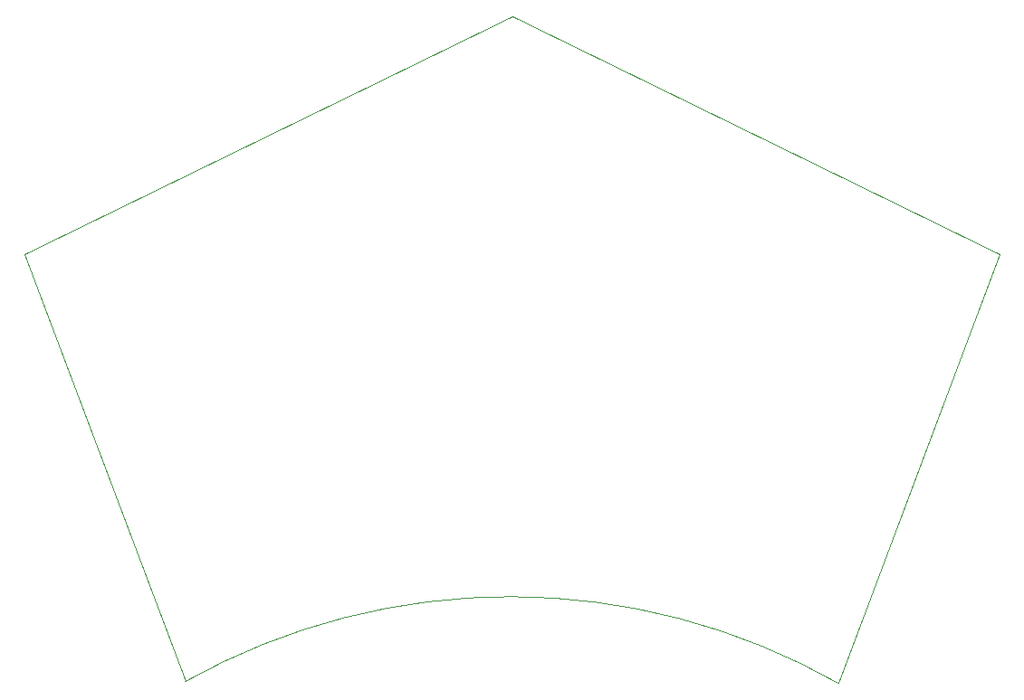
<source format=gm1>
G04 #@! TF.GenerationSoftware,KiCad,Pcbnew,9.0.2*
G04 #@! TF.CreationDate,2025-07-01T12:20:16+05:30*
G04 #@! TF.ProjectId,solder,736f6c64-6572-42e6-9b69-6361645f7063,rev?*
G04 #@! TF.SameCoordinates,Original*
G04 #@! TF.FileFunction,Profile,NP*
%FSLAX46Y46*%
G04 Gerber Fmt 4.6, Leading zero omitted, Abs format (unit mm)*
G04 Created by KiCad (PCBNEW 9.0.2) date 2025-07-01 12:20:16*
%MOMM*%
%LPD*%
G01*
G04 APERTURE LIST*
G04 #@! TA.AperFunction,Profile*
%ADD10C,0.050000*%
G04 #@! TD*
G04 APERTURE END LIST*
D10*
X60040000Y-130040000D02*
G75*
G02*
X121053317Y-130194114I30370000J-54180000D01*
G01*
X90600000Y-67800000D02*
X136200000Y-90000000D01*
X136200000Y-90000000D02*
X121053317Y-130194114D01*
X45000000Y-90000000D02*
X60040000Y-130040000D01*
X90600000Y-67800000D02*
X45000000Y-90000000D01*
M02*

</source>
